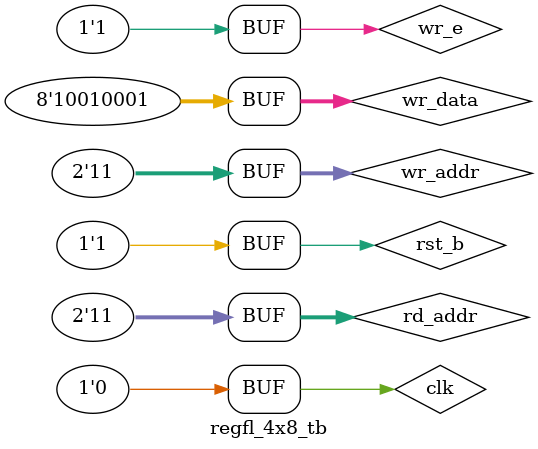
<source format=v>
`timescale 1ns / 1ns
`include"dec24_with_enable.v"
`include"rgst.v"
`include"mux_2s8b.v"

module regfl_4x8 (
input clk,
input rst_b, // asynch
input [7:0] wr_data,
input [1:0] wr_addr,
input wr_e,
output [7:0] rd_data,
input [1:0] rd_addr
);

wire [3:0]o;
wire [7:0]d3,d2,d1,d0;

dec24_with_enable DEC24(
.i(wr_addr),
.enable(wr_e),
.o(o)
);

rgst RGST0(.clk(clk), .ld(o[0]), .rst_b(rst_b), .clr(0), .d(wr_data), .q(d0));

rgst RGST1(.clk(clk), .ld(o[1]), .rst_b(rst_b), .clr(0), .d(wr_data), .q(d1));

rgst RGST2(.clk(clk), .ld(o[2]), .rst_b(rst_b), .clr(0), .d(wr_data), .q(d2));

rgst RGST3(.clk(clk), .ld(o[3]), .rst_b(rst_b), .clr(0), .d(wr_data), .q(d3));

mux_2s8b MUX0( .d0(d0), .d1(d1), .d2(d2), .d3(d3), .s(rd_addr), .o(rd_data));

endmodule

module regfl_4x8_tb();

localparam CLK_PERIOD = 100;

reg clk;
reg rst_b;
reg [7:0]wr_data;
reg [1:0]wr_addr;
reg wr_e;
wire [7:0]rd_data;
reg [1:0]rd_addr;

regfl_4x8 DUT_REGF1_4X8(.clk(clk), .rst_b(rst_b), .wr_data(wr_data), .wr_addr(wr_addr), .wr_e(wr_e), .rd_data(rd_data), .rd_addr(rd_addr));

initial begin

repeat (30) #(CLK_PERIOD/2) clk = ~clk;
end

initial begin
    clk=1'd0;
    wr_addr=2'h0;
    wr_data=8'ha2;
    rd_addr=2'h3;
    rst_b=1;
    wr_e=1;
    #5;
    rst_b=0;
    #5;
    rst_b=1;
    #90;
    wr_addr=2'h2;
    wr_data=8'h2e;
rd_addr=2'h0;
    #100;
    wr_addr=2'h1;
    wr_data=8'h98;
rd_addr=2'h1;
    wr_e=0;
    #100;
    wr_addr=2'h3;
    wr_data=8'h55;
rd_addr=2'h2;
    wr_e=1;
    #100;
    wr_addr=2'h0;
    wr_data=8'h20;
rd_addr=2'h0;
    #100;
    wr_addr=2'h1;
    wr_data=8'hff;
rd_addr=2'h3;
    #100;
    wr_addr=2'h3;
    wr_data=8'hc7;
rd_addr=2'h1;
    #100;
    wr_addr=2'h2;
    wr_data=8'hb5;
rd_addr=2'h2;
    wr_e=0;
    #100;
    wr_addr=2'h3;
    wr_data=8'h91;
rd_addr=2'h3;
    wr_e=1;
    #100;


end

endmodule
</source>
